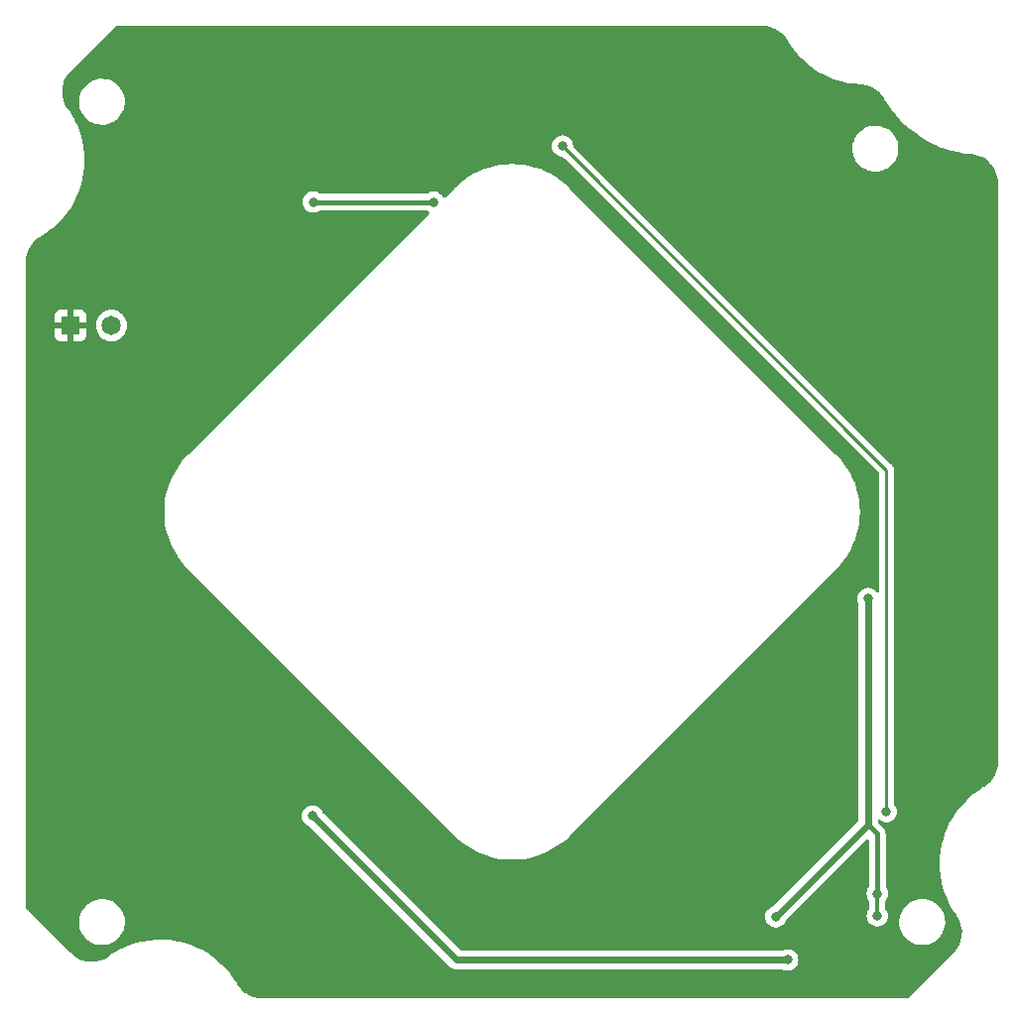
<source format=gbr>
%TF.GenerationSoftware,KiCad,Pcbnew,(6.0.1)*%
%TF.CreationDate,2024-01-13T19:57:02-05:00*%
%TF.ProjectId,PCB POWER,50434220-504f-4574-9552-2e6b69636164,rev?*%
%TF.SameCoordinates,Original*%
%TF.FileFunction,Copper,L2,Bot*%
%TF.FilePolarity,Positive*%
%FSLAX46Y46*%
G04 Gerber Fmt 4.6, Leading zero omitted, Abs format (unit mm)*
G04 Created by KiCad (PCBNEW (6.0.1)) date 2024-01-13 19:57:02*
%MOMM*%
%LPD*%
G01*
G04 APERTURE LIST*
%TA.AperFunction,ComponentPad*%
%ADD10R,1.650000X1.650000*%
%TD*%
%TA.AperFunction,ComponentPad*%
%ADD11C,1.650000*%
%TD*%
%TA.AperFunction,ViaPad*%
%ADD12C,0.800000*%
%TD*%
%TA.AperFunction,Conductor*%
%ADD13C,0.600000*%
%TD*%
%TA.AperFunction,Conductor*%
%ADD14C,0.400000*%
%TD*%
%TA.AperFunction,Conductor*%
%ADD15C,0.300000*%
%TD*%
%TA.AperFunction,Conductor*%
%ADD16C,0.250000*%
%TD*%
G04 APERTURE END LIST*
D10*
%TO.P,J1,1,1*%
%TO.N,GND*%
X62305000Y-84095000D03*
D11*
%TO.P,J1,2,2*%
%TO.N,Net-(C2-Pad2)*%
X65805000Y-84095000D03*
%TD*%
D12*
%TO.N,Net-(D1-Pad1)*%
X82950000Y-125940000D03*
X123500000Y-138230000D03*
%TO.N,GND*%
X122060000Y-69460000D03*
X66120000Y-70450000D03*
X117660000Y-60300000D03*
X79250000Y-131920000D03*
X139580000Y-109850000D03*
X115370000Y-60310000D03*
X126640000Y-133550000D03*
X66090000Y-79080000D03*
X115370000Y-73700000D03*
X131420000Y-78260000D03*
X120840000Y-123810000D03*
X108850000Y-64880000D03*
X108720000Y-68320000D03*
X124090000Y-114110000D03*
X128910000Y-139920000D03*
X108720000Y-70600000D03*
X103300000Y-62270000D03*
X121460000Y-114070000D03*
X117660000Y-73690000D03*
%TO.N,Net-(C7-Pad1)*%
X93290000Y-73570000D03*
X83010000Y-73570000D03*
%TO.N,Net-(C1-Pad2)*%
X131150000Y-134470000D03*
X130370000Y-107390000D03*
X131150000Y-132570000D03*
X122500000Y-134540000D03*
%TO.N,THERM*%
X131940000Y-125580000D03*
X104290000Y-68780000D03*
%TD*%
D13*
%TO.N,Net-(D1-Pad1)*%
X95240000Y-138230000D02*
X123500000Y-138230000D01*
X95240000Y-138230000D02*
X82950000Y-125940000D01*
D14*
%TO.N,Net-(C7-Pad1)*%
X93290000Y-73570000D02*
X83010000Y-73570000D01*
D13*
%TO.N,Net-(C1-Pad2)*%
X130325000Y-126725000D02*
X124480000Y-132570000D01*
D15*
X131150000Y-132570000D02*
X131150000Y-134470000D01*
D14*
X131150000Y-127460000D02*
X130370000Y-126680000D01*
D13*
X122500000Y-134540000D02*
X124470000Y-132570000D01*
X130370000Y-107390000D02*
X130370000Y-126680000D01*
D14*
X131150000Y-132570000D02*
X131150000Y-127460000D01*
D16*
X124470000Y-132570000D02*
X124480000Y-132570000D01*
%TO.N,THERM*%
X131940000Y-96430000D02*
X104290000Y-68780000D01*
X131940000Y-125580000D02*
X131940000Y-96430000D01*
%TD*%
%TA.AperFunction,Conductor*%
%TO.N,GND*%
G36*
X121299803Y-58509500D02*
G01*
X121314604Y-58511805D01*
X121314607Y-58511805D01*
X121323476Y-58513186D01*
X121341058Y-58510887D01*
X121364713Y-58510036D01*
X121611726Y-58524423D01*
X121626273Y-58526124D01*
X121707230Y-58540399D01*
X121897214Y-58573898D01*
X121911471Y-58577277D01*
X122065853Y-58623496D01*
X122175037Y-58656183D01*
X122188799Y-58661193D01*
X122441414Y-58770161D01*
X122454508Y-58776737D01*
X122692762Y-58914293D01*
X122705004Y-58922344D01*
X122925699Y-59086645D01*
X122936899Y-59096043D01*
X123137029Y-59284856D01*
X123147076Y-59295505D01*
X123323923Y-59506264D01*
X123332672Y-59518017D01*
X123462612Y-59715580D01*
X123473351Y-59736754D01*
X123473472Y-59736698D01*
X123475069Y-59740142D01*
X123475400Y-59740794D01*
X123477220Y-59745676D01*
X123480157Y-59750910D01*
X123480255Y-59751163D01*
X123480420Y-59751379D01*
X123483357Y-59756612D01*
X123486365Y-59760441D01*
X123489068Y-59764490D01*
X123489059Y-59764496D01*
X123492843Y-59769892D01*
X123751013Y-60184270D01*
X124045914Y-60593573D01*
X124367621Y-60982161D01*
X124714682Y-61348280D01*
X124716224Y-61349702D01*
X124716229Y-61349707D01*
X125084001Y-61688868D01*
X125084013Y-61688878D01*
X125085534Y-61690281D01*
X125478504Y-62006620D01*
X125480228Y-62007827D01*
X125480234Y-62007831D01*
X125760242Y-62203789D01*
X125891819Y-62295871D01*
X126323615Y-62556729D01*
X126325485Y-62557694D01*
X126325498Y-62557701D01*
X126412674Y-62602674D01*
X126771946Y-62788019D01*
X127234789Y-62988697D01*
X127710058Y-63157859D01*
X127712083Y-63158430D01*
X127712096Y-63158434D01*
X128193557Y-63294162D01*
X128193562Y-63294163D01*
X128195608Y-63294740D01*
X128689250Y-63398725D01*
X128691347Y-63399021D01*
X128691350Y-63399022D01*
X128777901Y-63411258D01*
X129188758Y-63469343D01*
X129661377Y-63504037D01*
X129669697Y-63505209D01*
X129669720Y-63505030D01*
X129674555Y-63505658D01*
X129679316Y-63506655D01*
X129685308Y-63506966D01*
X129685575Y-63507019D01*
X129685846Y-63506994D01*
X129691839Y-63507306D01*
X129696687Y-63506807D01*
X129696688Y-63506807D01*
X129705716Y-63505878D01*
X129730656Y-63505793D01*
X129962763Y-63528076D01*
X129976709Y-63530208D01*
X130153363Y-63567443D01*
X130235918Y-63584844D01*
X130249531Y-63588520D01*
X130373586Y-63629598D01*
X130501013Y-63671794D01*
X130514136Y-63676972D01*
X130518266Y-63678875D01*
X130754718Y-63787830D01*
X130767177Y-63794441D01*
X130993870Y-63931510D01*
X131005515Y-63939474D01*
X131215448Y-64101014D01*
X131226130Y-64110230D01*
X131358267Y-64237817D01*
X131416696Y-64294234D01*
X131426281Y-64304587D01*
X131595077Y-64508738D01*
X131603444Y-64520096D01*
X131726983Y-64709127D01*
X131737762Y-64730480D01*
X131737834Y-64730447D01*
X131738804Y-64732543D01*
X131739601Y-64734122D01*
X131741575Y-64739427D01*
X131744508Y-64744663D01*
X131744606Y-64744916D01*
X131744771Y-64745132D01*
X131747704Y-64750367D01*
X131750708Y-64754197D01*
X131753407Y-64758247D01*
X131753304Y-64758316D01*
X131756286Y-64762591D01*
X131994785Y-65149002D01*
X132049605Y-65237820D01*
X132050703Y-65239380D01*
X132314114Y-65613654D01*
X132379588Y-65706685D01*
X132418302Y-65755196D01*
X132736027Y-66153325D01*
X132736036Y-66153335D01*
X132737219Y-66154818D01*
X133121199Y-66580592D01*
X133122531Y-66581901D01*
X133122532Y-66581902D01*
X133508117Y-66960823D01*
X133530132Y-66982458D01*
X133531535Y-66983680D01*
X133531543Y-66983687D01*
X133805484Y-67222212D01*
X133962534Y-67358958D01*
X134416832Y-67708724D01*
X134418389Y-67709779D01*
X134418388Y-67709779D01*
X134852419Y-68004068D01*
X134891378Y-68030484D01*
X135384447Y-68323070D01*
X135894247Y-68585419D01*
X135896003Y-68586192D01*
X135896010Y-68586196D01*
X136335903Y-68780000D01*
X136418927Y-68816578D01*
X136652466Y-68903073D01*
X136954778Y-69015040D01*
X136954790Y-69015044D01*
X136956580Y-69015707D01*
X137505253Y-69182083D01*
X137507102Y-69182524D01*
X137507113Y-69182527D01*
X138061100Y-69314659D01*
X138061106Y-69314660D01*
X138062954Y-69315101D01*
X138627655Y-69414278D01*
X138916645Y-69447241D01*
X139168908Y-69476015D01*
X139176307Y-69477082D01*
X139180039Y-69477734D01*
X139184749Y-69478937D01*
X139190719Y-69479510D01*
X139190987Y-69479575D01*
X139191263Y-69479562D01*
X139197231Y-69480135D01*
X139210918Y-69479329D01*
X139235985Y-69480355D01*
X139472675Y-69513862D01*
X139486790Y-69516692D01*
X139748580Y-69584948D01*
X139762280Y-69589370D01*
X140014565Y-69687066D01*
X140027675Y-69693026D01*
X140089286Y-69725405D01*
X140267150Y-69818881D01*
X140279500Y-69826302D01*
X140503042Y-69978674D01*
X140514463Y-69987456D01*
X140543329Y-70012403D01*
X140719154Y-70164357D01*
X140729476Y-70174363D01*
X140912648Y-70373492D01*
X140921765Y-70384620D01*
X141080991Y-70603336D01*
X141088788Y-70615445D01*
X141222004Y-70850913D01*
X141228370Y-70863838D01*
X141333827Y-71112960D01*
X141338676Y-71126527D01*
X141415008Y-71386071D01*
X141418276Y-71400104D01*
X141464475Y-71666655D01*
X141466119Y-71680961D01*
X141472230Y-71787664D01*
X141479578Y-71915963D01*
X141478283Y-71942556D01*
X141478195Y-71943118D01*
X141478195Y-71943122D01*
X141476814Y-71951991D01*
X141477978Y-71960893D01*
X141477978Y-71960896D01*
X141480936Y-71983512D01*
X141482000Y-71999850D01*
X141482000Y-121290418D01*
X141480500Y-121309802D01*
X141476814Y-121333476D01*
X141479113Y-121351058D01*
X141479964Y-121374718D01*
X141465577Y-121621722D01*
X141463876Y-121636275D01*
X141416102Y-121907214D01*
X141412723Y-121921471D01*
X141333818Y-122185033D01*
X141328806Y-122198802D01*
X141219839Y-122451414D01*
X141213263Y-122464508D01*
X141075707Y-122702762D01*
X141067656Y-122715004D01*
X140903355Y-122935699D01*
X140893957Y-122946899D01*
X140705144Y-123147029D01*
X140694495Y-123157076D01*
X140483736Y-123333923D01*
X140471983Y-123342672D01*
X140274420Y-123472612D01*
X140253246Y-123483351D01*
X140253302Y-123483472D01*
X140249858Y-123485069D01*
X140249206Y-123485400D01*
X140244324Y-123487220D01*
X140239090Y-123490157D01*
X140238837Y-123490255D01*
X140238621Y-123490420D01*
X140233388Y-123493357D01*
X140229571Y-123496354D01*
X140227632Y-123497649D01*
X140224448Y-123499706D01*
X139791457Y-123770243D01*
X139791450Y-123770248D01*
X139789585Y-123771413D01*
X139365868Y-124079173D01*
X138964621Y-124415704D01*
X138963028Y-124417242D01*
X138963024Y-124417245D01*
X138731510Y-124640675D01*
X138587795Y-124779371D01*
X138237218Y-125168407D01*
X138235879Y-125170119D01*
X138235869Y-125170131D01*
X137915949Y-125579192D01*
X137914597Y-125580921D01*
X137621497Y-126014908D01*
X137620399Y-126016807D01*
X137620392Y-126016818D01*
X137360450Y-126466347D01*
X137359344Y-126468260D01*
X137129411Y-126938773D01*
X136932816Y-127424162D01*
X136770514Y-127922068D01*
X136769983Y-127924187D01*
X136769979Y-127924202D01*
X136675240Y-128302503D01*
X136643293Y-128430071D01*
X136642911Y-128432224D01*
X136642910Y-128432228D01*
X136571116Y-128836720D01*
X136551772Y-128945703D01*
X136496395Y-129466458D01*
X136477432Y-129989805D01*
X136494975Y-130513202D01*
X136495202Y-130515397D01*
X136495203Y-130515406D01*
X136534554Y-130895254D01*
X136548938Y-131034105D01*
X136639059Y-131549984D01*
X136764901Y-132058330D01*
X136765570Y-132060401D01*
X136765571Y-132060405D01*
X136925179Y-132554596D01*
X136925184Y-132554610D01*
X136925851Y-132556675D01*
X137121128Y-133042595D01*
X137349783Y-133513731D01*
X137350865Y-133515614D01*
X137350873Y-133515629D01*
X137605560Y-133958840D01*
X137610705Y-133967793D01*
X137611922Y-133969606D01*
X137611931Y-133969620D01*
X137723910Y-134136399D01*
X137888067Y-134380891D01*
X137891733Y-134386686D01*
X137892715Y-134388336D01*
X137894876Y-134392704D01*
X137898332Y-134397607D01*
X137898456Y-134397851D01*
X137898644Y-134398050D01*
X137902100Y-134402954D01*
X137905482Y-134406453D01*
X137911413Y-134412589D01*
X137927074Y-134432443D01*
X138052271Y-134628919D01*
X138059777Y-134640698D01*
X138066989Y-134653636D01*
X138187893Y-134904116D01*
X138193536Y-134917811D01*
X138284203Y-135180732D01*
X138288201Y-135194996D01*
X138347388Y-135466753D01*
X138349684Y-135481386D01*
X138350344Y-135488179D01*
X138376278Y-135755196D01*
X138376570Y-135758205D01*
X138377133Y-135773008D01*
X138371344Y-136051071D01*
X138370166Y-136065835D01*
X138331786Y-136341301D01*
X138328884Y-136355822D01*
X138258440Y-136624882D01*
X138253853Y-136638964D01*
X138167843Y-136858308D01*
X138152319Y-136897898D01*
X138146111Y-136911344D01*
X138024512Y-137138594D01*
X138014895Y-137156566D01*
X138007160Y-137169180D01*
X137848054Y-137397333D01*
X137838886Y-137408956D01*
X137698773Y-137566602D01*
X137677265Y-137590801D01*
X137657417Y-137608837D01*
X137649963Y-137614282D01*
X137644492Y-137621399D01*
X137644491Y-137621400D01*
X137630583Y-137639493D01*
X137619782Y-137651797D01*
X135705237Y-139566343D01*
X133816485Y-141455095D01*
X133754173Y-141489121D01*
X133727390Y-141492000D01*
X78699582Y-141492000D01*
X78680197Y-141490500D01*
X78665396Y-141488195D01*
X78665393Y-141488195D01*
X78656524Y-141486814D01*
X78638942Y-141489113D01*
X78615287Y-141489964D01*
X78368274Y-141475577D01*
X78353727Y-141473876D01*
X78247213Y-141455095D01*
X78082786Y-141426102D01*
X78068529Y-141422723D01*
X77914147Y-141376504D01*
X77804963Y-141343817D01*
X77791201Y-141338807D01*
X77538585Y-141229839D01*
X77525492Y-141223263D01*
X77287238Y-141085707D01*
X77274996Y-141077656D01*
X77220583Y-141037147D01*
X77054301Y-140913355D01*
X77043101Y-140903957D01*
X76842971Y-140715144D01*
X76832924Y-140704495D01*
X76656077Y-140493736D01*
X76647328Y-140481983D01*
X76517388Y-140284420D01*
X76506649Y-140263246D01*
X76506528Y-140263302D01*
X76504931Y-140259858D01*
X76504599Y-140259203D01*
X76504482Y-140258889D01*
X76502780Y-140254324D01*
X76499843Y-140249090D01*
X76499745Y-140248837D01*
X76499580Y-140248621D01*
X76496643Y-140243388D01*
X76493646Y-140239571D01*
X76492351Y-140237632D01*
X76490294Y-140234448D01*
X76219757Y-139801457D01*
X76219752Y-139801450D01*
X76218587Y-139799585D01*
X75910827Y-139375868D01*
X75574296Y-138974621D01*
X75506098Y-138903955D01*
X75212158Y-138599379D01*
X75212153Y-138599374D01*
X75210629Y-138597795D01*
X74943850Y-138357389D01*
X74823220Y-138248684D01*
X74823217Y-138248682D01*
X74821593Y-138247218D01*
X74819881Y-138245879D01*
X74819869Y-138245869D01*
X74410808Y-137925949D01*
X74410804Y-137925946D01*
X74409079Y-137924597D01*
X74386828Y-137909569D01*
X74285983Y-137841462D01*
X73975092Y-137631497D01*
X73973193Y-137630399D01*
X73973182Y-137630392D01*
X73523653Y-137370450D01*
X73523649Y-137370448D01*
X73521740Y-137369344D01*
X73051227Y-137139411D01*
X72565838Y-136942816D01*
X72546984Y-136936670D01*
X72457257Y-136907422D01*
X72067932Y-136780514D01*
X72065813Y-136779983D01*
X72065798Y-136779979D01*
X71562062Y-136653827D01*
X71562057Y-136653826D01*
X71559929Y-136653293D01*
X71557776Y-136652911D01*
X71557772Y-136652910D01*
X71046451Y-136562154D01*
X71046442Y-136562153D01*
X71044297Y-136561772D01*
X71042134Y-136561542D01*
X71042127Y-136561541D01*
X70857202Y-136541876D01*
X70523542Y-136506395D01*
X70000195Y-136487432D01*
X69476798Y-136504975D01*
X69474603Y-136505202D01*
X69474594Y-136505203D01*
X69094746Y-136544554D01*
X68955895Y-136558938D01*
X68440016Y-136649059D01*
X67931670Y-136774901D01*
X67929599Y-136775570D01*
X67929595Y-136775571D01*
X67435404Y-136935179D01*
X67435390Y-136935184D01*
X67433325Y-136935851D01*
X66947405Y-137131128D01*
X66867354Y-137169979D01*
X66478242Y-137358825D01*
X66478232Y-137358830D01*
X66476269Y-137359783D01*
X66474386Y-137360865D01*
X66474371Y-137360873D01*
X66024112Y-137619610D01*
X66024105Y-137619614D01*
X66022207Y-137620705D01*
X66020394Y-137621922D01*
X66020380Y-137621931D01*
X65899345Y-137703197D01*
X65609112Y-137898065D01*
X65603310Y-137901735D01*
X65601658Y-137902717D01*
X65597296Y-137904876D01*
X65592390Y-137908333D01*
X65592148Y-137908457D01*
X65591950Y-137908644D01*
X65587046Y-137912100D01*
X65583545Y-137915483D01*
X65583546Y-137915483D01*
X65577405Y-137921418D01*
X65557553Y-137937077D01*
X65405771Y-138033794D01*
X65349306Y-138069774D01*
X65336367Y-138076986D01*
X65085884Y-138197892D01*
X65072189Y-138203536D01*
X64809267Y-138294204D01*
X64795004Y-138298202D01*
X64523248Y-138357389D01*
X64508614Y-138359685D01*
X64392647Y-138370948D01*
X64231789Y-138386571D01*
X64216999Y-138387134D01*
X64084960Y-138384385D01*
X63938929Y-138381345D01*
X63924165Y-138380167D01*
X63702795Y-138349324D01*
X63648696Y-138341786D01*
X63634178Y-138338885D01*
X63365115Y-138268440D01*
X63351033Y-138263853D01*
X63308611Y-138247218D01*
X63092100Y-138162319D01*
X63078654Y-138156111D01*
X62833439Y-138024898D01*
X62820812Y-138017154D01*
X62592676Y-137858060D01*
X62581045Y-137848888D01*
X62521777Y-137796211D01*
X62399201Y-137687268D01*
X62381164Y-137667418D01*
X62381012Y-137667210D01*
X62375718Y-137659963D01*
X62350507Y-137640583D01*
X62338203Y-137629782D01*
X59646761Y-134938341D01*
X63027967Y-134938341D01*
X63030264Y-134996779D01*
X63030390Y-134999998D01*
X63030390Y-135000000D01*
X63037491Y-135180732D01*
X63038853Y-135215409D01*
X63088669Y-135488179D01*
X63176423Y-135751208D01*
X63183610Y-135765591D01*
X63260038Y-135918547D01*
X63300362Y-135999249D01*
X63458014Y-136227353D01*
X63461036Y-136230622D01*
X63643217Y-136427705D01*
X63643222Y-136427710D01*
X63646233Y-136430967D01*
X63861264Y-136606030D01*
X63865082Y-136608329D01*
X63865084Y-136608330D01*
X64025860Y-136705125D01*
X64098816Y-136749048D01*
X64102911Y-136750782D01*
X64102913Y-136750783D01*
X64350048Y-136855431D01*
X64350055Y-136855433D01*
X64354149Y-136857167D01*
X64452962Y-136883367D01*
X64617873Y-136927093D01*
X64617878Y-136927094D01*
X64622170Y-136928232D01*
X64626579Y-136928754D01*
X64626585Y-136928755D01*
X64752326Y-136943637D01*
X64897530Y-136960823D01*
X65174735Y-136954290D01*
X65238738Y-136943637D01*
X65443864Y-136909495D01*
X65443868Y-136909494D01*
X65448254Y-136908764D01*
X65452495Y-136907423D01*
X65452498Y-136907422D01*
X65708383Y-136826496D01*
X65708385Y-136826495D01*
X65712629Y-136825153D01*
X65871117Y-136749048D01*
X65958567Y-136707055D01*
X65958568Y-136707054D01*
X65962586Y-136705125D01*
X65966292Y-136702649D01*
X66189436Y-136553550D01*
X66189440Y-136553547D01*
X66193138Y-136551076D01*
X66399683Y-136366078D01*
X66516294Y-136227353D01*
X66575235Y-136157235D01*
X66575237Y-136157233D01*
X66578102Y-136153824D01*
X66724834Y-135918547D01*
X66836951Y-135664943D01*
X66912216Y-135398072D01*
X66930611Y-135261118D01*
X66948701Y-135126440D01*
X66948702Y-135126432D01*
X66949128Y-135123258D01*
X66950363Y-135083978D01*
X66952901Y-135003222D01*
X66952901Y-135003217D01*
X66953002Y-135000000D01*
X66933418Y-134723411D01*
X66919751Y-134659928D01*
X66875994Y-134456687D01*
X66875994Y-134456685D01*
X66875058Y-134452340D01*
X66779086Y-134192196D01*
X66658005Y-133967793D01*
X66649530Y-133952087D01*
X66647417Y-133948171D01*
X66557538Y-133826485D01*
X66485327Y-133728718D01*
X66485324Y-133728715D01*
X66482678Y-133725132D01*
X66288157Y-133527530D01*
X66267491Y-133511758D01*
X66071274Y-133362010D01*
X66071270Y-133362008D01*
X66067733Y-133359308D01*
X66005068Y-133324214D01*
X65829696Y-133226001D01*
X65829690Y-133225998D01*
X65825806Y-133223823D01*
X65821648Y-133222215D01*
X65821643Y-133222212D01*
X65571357Y-133125383D01*
X65571351Y-133125381D01*
X65567202Y-133123776D01*
X65562870Y-133122772D01*
X65562867Y-133122771D01*
X65451316Y-133096915D01*
X65297081Y-133061166D01*
X65020833Y-133037240D01*
X65016398Y-133037484D01*
X65016394Y-133037484D01*
X64748414Y-133052232D01*
X64748407Y-133052233D01*
X64743971Y-133052477D01*
X64472017Y-133106572D01*
X64210398Y-133198446D01*
X63964334Y-133326266D01*
X63960719Y-133328849D01*
X63960713Y-133328853D01*
X63742356Y-133484893D01*
X63742352Y-133484896D01*
X63738735Y-133487481D01*
X63538103Y-133678875D01*
X63366439Y-133896629D01*
X63338582Y-133944589D01*
X63229404Y-134132552D01*
X63229401Y-134132558D01*
X63227170Y-134136399D01*
X63225500Y-134140522D01*
X63128148Y-134380873D01*
X63123074Y-134393399D01*
X63122003Y-134397712D01*
X63122001Y-134397717D01*
X63057301Y-134658182D01*
X63056228Y-134662503D01*
X63055774Y-134666931D01*
X63055774Y-134666933D01*
X63031355Y-134905271D01*
X63027967Y-134938341D01*
X59646761Y-134938341D01*
X58534905Y-133826485D01*
X58500879Y-133764173D01*
X58498000Y-133737390D01*
X58498000Y-125940000D01*
X82036496Y-125940000D01*
X82037186Y-125946565D01*
X82051005Y-126078042D01*
X82056458Y-126129928D01*
X82115473Y-126311556D01*
X82118776Y-126317278D01*
X82118777Y-126317279D01*
X82149861Y-126371118D01*
X82210960Y-126476944D01*
X82215378Y-126481851D01*
X82215379Y-126481852D01*
X82334325Y-126613955D01*
X82338747Y-126618866D01*
X82493248Y-126731118D01*
X82499276Y-126733802D01*
X82499278Y-126733803D01*
X82660242Y-126805468D01*
X82698088Y-126831480D01*
X94661719Y-138795110D01*
X94662647Y-138796047D01*
X94725771Y-138860507D01*
X94731691Y-138864322D01*
X94731697Y-138864327D01*
X94762214Y-138883994D01*
X94772559Y-138891427D01*
X94806443Y-138918476D01*
X94812782Y-138921540D01*
X94812783Y-138921541D01*
X94836637Y-138933072D01*
X94850054Y-138940601D01*
X94878238Y-138958765D01*
X94884855Y-138961173D01*
X94884860Y-138961176D01*
X94918973Y-138973592D01*
X94930716Y-138978553D01*
X94963400Y-138994353D01*
X94963409Y-138994356D01*
X94969749Y-138997421D01*
X94976614Y-138999006D01*
X95002428Y-139004966D01*
X95017168Y-139009332D01*
X95048685Y-139020803D01*
X95055670Y-139021685D01*
X95055677Y-139021687D01*
X95091692Y-139026237D01*
X95104243Y-139028472D01*
X95146485Y-139038225D01*
X95153529Y-139038250D01*
X95153533Y-139038250D01*
X95187074Y-139038367D01*
X95187943Y-139038396D01*
X95188769Y-139038500D01*
X95225133Y-139038500D01*
X95225573Y-139038501D01*
X95324336Y-139038846D01*
X95324342Y-139038846D01*
X95327870Y-139038858D01*
X95329073Y-139038589D01*
X95330717Y-139038500D01*
X123055506Y-139038500D01*
X123106755Y-139049393D01*
X123217712Y-139098794D01*
X123311112Y-139118647D01*
X123398056Y-139137128D01*
X123398061Y-139137128D01*
X123404513Y-139138500D01*
X123595487Y-139138500D01*
X123601939Y-139137128D01*
X123601944Y-139137128D01*
X123688888Y-139118647D01*
X123782288Y-139098794D01*
X123788319Y-139096109D01*
X123950722Y-139023803D01*
X123950724Y-139023802D01*
X123956752Y-139021118D01*
X123974936Y-139007907D01*
X124098026Y-138918476D01*
X124111253Y-138908866D01*
X124212836Y-138796047D01*
X124234621Y-138771852D01*
X124234622Y-138771851D01*
X124239040Y-138766944D01*
X124334527Y-138601556D01*
X124393542Y-138419928D01*
X124397614Y-138381191D01*
X124412814Y-138236565D01*
X124413504Y-138230000D01*
X124397422Y-138076986D01*
X124394232Y-138046635D01*
X124394232Y-138046633D01*
X124393542Y-138040072D01*
X124334527Y-137858444D01*
X124324723Y-137841462D01*
X124242341Y-137698774D01*
X124239040Y-137693056D01*
X124233830Y-137687269D01*
X124115675Y-137556045D01*
X124115674Y-137556044D01*
X124111253Y-137551134D01*
X123956752Y-137438882D01*
X123950724Y-137436198D01*
X123950722Y-137436197D01*
X123788319Y-137363891D01*
X123788318Y-137363891D01*
X123782288Y-137361206D01*
X123688888Y-137341353D01*
X123601944Y-137322872D01*
X123601939Y-137322872D01*
X123595487Y-137321500D01*
X123404513Y-137321500D01*
X123398061Y-137322872D01*
X123398056Y-137322872D01*
X123311112Y-137341353D01*
X123217712Y-137361206D01*
X123211682Y-137363891D01*
X123211681Y-137363891D01*
X123106755Y-137410607D01*
X123055506Y-137421500D01*
X95627082Y-137421500D01*
X95558961Y-137401498D01*
X95537987Y-137384595D01*
X83836092Y-125682700D01*
X83805354Y-125632542D01*
X83786568Y-125574725D01*
X83786567Y-125574724D01*
X83784527Y-125568444D01*
X83689040Y-125403056D01*
X83671697Y-125383794D01*
X83565675Y-125266045D01*
X83565674Y-125266044D01*
X83561253Y-125261134D01*
X83433626Y-125168407D01*
X83412094Y-125152763D01*
X83412093Y-125152762D01*
X83406752Y-125148882D01*
X83400724Y-125146198D01*
X83400722Y-125146197D01*
X83238319Y-125073891D01*
X83238318Y-125073891D01*
X83232288Y-125071206D01*
X83138888Y-125051353D01*
X83051944Y-125032872D01*
X83051939Y-125032872D01*
X83045487Y-125031500D01*
X82854513Y-125031500D01*
X82848061Y-125032872D01*
X82848056Y-125032872D01*
X82761112Y-125051353D01*
X82667712Y-125071206D01*
X82661682Y-125073891D01*
X82661681Y-125073891D01*
X82499278Y-125146197D01*
X82499276Y-125146198D01*
X82493248Y-125148882D01*
X82487907Y-125152762D01*
X82487906Y-125152763D01*
X82466374Y-125168407D01*
X82338747Y-125261134D01*
X82334326Y-125266044D01*
X82334325Y-125266045D01*
X82228304Y-125383794D01*
X82210960Y-125403056D01*
X82115473Y-125568444D01*
X82056458Y-125750072D01*
X82036496Y-125940000D01*
X58498000Y-125940000D01*
X58498000Y-100000001D01*
X70308759Y-100000001D01*
X70326371Y-100493126D01*
X70326611Y-100495361D01*
X70326612Y-100495371D01*
X70378875Y-100981490D01*
X70379117Y-100983738D01*
X70379517Y-100985955D01*
X70379518Y-100985962D01*
X70466331Y-101467133D01*
X70466333Y-101467143D01*
X70466729Y-101469337D01*
X70588760Y-101947450D01*
X70744588Y-102415638D01*
X70745441Y-102417698D01*
X70745445Y-102417708D01*
X70851983Y-102674913D01*
X70933419Y-102871517D01*
X71154291Y-103312763D01*
X71406078Y-103737128D01*
X71407360Y-103738974D01*
X71407361Y-103738976D01*
X71468164Y-103826548D01*
X71687498Y-104142449D01*
X71688891Y-104144177D01*
X71688901Y-104144191D01*
X71729251Y-104194262D01*
X71997115Y-104526662D01*
X72313439Y-104866418D01*
X72317883Y-104871871D01*
X72318072Y-104871713D01*
X72321189Y-104875445D01*
X72324015Y-104879413D01*
X72332774Y-104888388D01*
X72336669Y-104891307D01*
X72336670Y-104891308D01*
X72355082Y-104905107D01*
X72368612Y-104916838D01*
X95067682Y-127615907D01*
X95081229Y-127631922D01*
X95092855Y-127648251D01*
X95096251Y-127651731D01*
X95096255Y-127651736D01*
X95097814Y-127653333D01*
X95101613Y-127657226D01*
X95105502Y-127660141D01*
X95109167Y-127663358D01*
X95109108Y-127663425D01*
X95112698Y-127666427D01*
X95123582Y-127676560D01*
X95463338Y-127992885D01*
X95465074Y-127994284D01*
X95465081Y-127994290D01*
X95845809Y-128301100D01*
X95845823Y-128301110D01*
X95847551Y-128302503D01*
X95849383Y-128303775D01*
X95849387Y-128303778D01*
X96251024Y-128582640D01*
X96252872Y-128583923D01*
X96254807Y-128585071D01*
X96675303Y-128834564D01*
X96675313Y-128834570D01*
X96677237Y-128835711D01*
X96679253Y-128836720D01*
X97116479Y-129055580D01*
X97116493Y-129055587D01*
X97118484Y-129056583D01*
X97120544Y-129057436D01*
X97120550Y-129057439D01*
X97572292Y-129244557D01*
X97572302Y-129244561D01*
X97574362Y-129245414D01*
X98042551Y-129401242D01*
X98520663Y-129523273D01*
X98522858Y-129523669D01*
X98522867Y-129523671D01*
X99004038Y-129610484D01*
X99004045Y-129610485D01*
X99006262Y-129610885D01*
X99008501Y-129611126D01*
X99008510Y-129611127D01*
X99494630Y-129663390D01*
X99494640Y-129663391D01*
X99496875Y-129663631D01*
X99990000Y-129681243D01*
X100483125Y-129663631D01*
X100485360Y-129663391D01*
X100485370Y-129663390D01*
X100971490Y-129611127D01*
X100971499Y-129611126D01*
X100973738Y-129610885D01*
X100975955Y-129610485D01*
X100975962Y-129610484D01*
X101457133Y-129523671D01*
X101457142Y-129523669D01*
X101459337Y-129523273D01*
X101937449Y-129401242D01*
X102405638Y-129245414D01*
X102407698Y-129244561D01*
X102407708Y-129244557D01*
X102859450Y-129057439D01*
X102859456Y-129057436D01*
X102861516Y-129056583D01*
X102863507Y-129055587D01*
X102863521Y-129055580D01*
X103300747Y-128836720D01*
X103302763Y-128835711D01*
X103304687Y-128834570D01*
X103304697Y-128834564D01*
X103725193Y-128585071D01*
X103727128Y-128583923D01*
X103728976Y-128582640D01*
X104130613Y-128303778D01*
X104130617Y-128303775D01*
X104132449Y-128302503D01*
X104134177Y-128301110D01*
X104134191Y-128301100D01*
X104514919Y-127994290D01*
X104514926Y-127994284D01*
X104516662Y-127992885D01*
X104856420Y-127676558D01*
X104861871Y-127672116D01*
X104861713Y-127671927D01*
X104865445Y-127668810D01*
X104869413Y-127665984D01*
X104878387Y-127657226D01*
X104881297Y-127653343D01*
X104881306Y-127653333D01*
X104895109Y-127634915D01*
X104906840Y-127621385D01*
X127605907Y-104922319D01*
X127621917Y-104908776D01*
X127638252Y-104897146D01*
X127647226Y-104888388D01*
X127650143Y-104884495D01*
X127653356Y-104880835D01*
X127653424Y-104880895D01*
X127656419Y-104877313D01*
X127981363Y-104528298D01*
X127981366Y-104528294D01*
X127982885Y-104526663D01*
X127984290Y-104524920D01*
X128291100Y-104144192D01*
X128291110Y-104144178D01*
X128292503Y-104142450D01*
X128293779Y-104140613D01*
X128572640Y-103738976D01*
X128572641Y-103738974D01*
X128573923Y-103737128D01*
X128825710Y-103312763D01*
X129046582Y-102871517D01*
X129128018Y-102674913D01*
X129234556Y-102417708D01*
X129234560Y-102417698D01*
X129235413Y-102415638D01*
X129391241Y-101947450D01*
X129513272Y-101469338D01*
X129530210Y-101375461D01*
X129600483Y-100985962D01*
X129600484Y-100985955D01*
X129600884Y-100983738D01*
X129601126Y-100981490D01*
X129653389Y-100495371D01*
X129653390Y-100495361D01*
X129653630Y-100493126D01*
X129671242Y-100000001D01*
X129653630Y-99506875D01*
X129607553Y-99078289D01*
X129601126Y-99018511D01*
X129601125Y-99018502D01*
X129600884Y-99016263D01*
X129600483Y-99014039D01*
X129513670Y-98532868D01*
X129513668Y-98532858D01*
X129513272Y-98530664D01*
X129391241Y-98052551D01*
X129235413Y-97584363D01*
X129128019Y-97325089D01*
X129047438Y-97130550D01*
X129047435Y-97130544D01*
X129046582Y-97128484D01*
X128825710Y-96687238D01*
X128573923Y-96262873D01*
X128451544Y-96086613D01*
X128293778Y-95859387D01*
X128293775Y-95859383D01*
X128292503Y-95857551D01*
X127982885Y-95473339D01*
X127666558Y-95133580D01*
X127662114Y-95128129D01*
X127661926Y-95128286D01*
X127658805Y-95124549D01*
X127655984Y-95120588D01*
X127647226Y-95111613D01*
X127624918Y-95094894D01*
X127611388Y-95083163D01*
X104912318Y-72384093D01*
X104898775Y-72368083D01*
X104887145Y-72351748D01*
X104878387Y-72342774D01*
X104874496Y-72339858D01*
X104870835Y-72336644D01*
X104870894Y-72336577D01*
X104867302Y-72333573D01*
X104594963Y-72080017D01*
X104516661Y-72007115D01*
X104448257Y-71951991D01*
X104134190Y-71698900D01*
X104132449Y-71697497D01*
X104031688Y-71627537D01*
X103728975Y-71417360D01*
X103728973Y-71417359D01*
X103727127Y-71416077D01*
X103302762Y-71164290D01*
X102883445Y-70954395D01*
X102863520Y-70944421D01*
X102863517Y-70944420D01*
X102861516Y-70943418D01*
X102859456Y-70942565D01*
X102859450Y-70942562D01*
X102407707Y-70755444D01*
X102407697Y-70755440D01*
X102405637Y-70754587D01*
X101937449Y-70598759D01*
X101459337Y-70476728D01*
X101457142Y-70476332D01*
X101457133Y-70476330D01*
X100975962Y-70389517D01*
X100975955Y-70389516D01*
X100973738Y-70389116D01*
X100971499Y-70388875D01*
X100971490Y-70388874D01*
X100485370Y-70336611D01*
X100485360Y-70336610D01*
X100483125Y-70336370D01*
X99990000Y-70318758D01*
X99496875Y-70336370D01*
X99494640Y-70336610D01*
X99494630Y-70336611D01*
X99008510Y-70388874D01*
X99008501Y-70388875D01*
X99006262Y-70389116D01*
X99004045Y-70389516D01*
X99004038Y-70389517D01*
X98522867Y-70476330D01*
X98522858Y-70476332D01*
X98520663Y-70476728D01*
X98042551Y-70598759D01*
X97574363Y-70754587D01*
X97572303Y-70755440D01*
X97572293Y-70755444D01*
X97120550Y-70942562D01*
X97120544Y-70942565D01*
X97118484Y-70943418D01*
X97116483Y-70944420D01*
X97116480Y-70944421D01*
X97096555Y-70954395D01*
X96677238Y-71164290D01*
X96252873Y-71416077D01*
X96251027Y-71417359D01*
X96251025Y-71417360D01*
X95948313Y-71627537D01*
X95847551Y-71697497D01*
X95845810Y-71698900D01*
X95531744Y-71951991D01*
X95463339Y-72007115D01*
X95145492Y-72303041D01*
X95123582Y-72323440D01*
X95118129Y-72327884D01*
X95118287Y-72328073D01*
X95114555Y-72331190D01*
X95110587Y-72334016D01*
X95101613Y-72342774D01*
X95098694Y-72346669D01*
X95098693Y-72346670D01*
X95084894Y-72365082D01*
X95073163Y-72378612D01*
X94287784Y-73163991D01*
X94225472Y-73198017D01*
X94154657Y-73192952D01*
X94097821Y-73150405D01*
X94089570Y-73137896D01*
X94032342Y-73038774D01*
X94032339Y-73038769D01*
X94029040Y-73033056D01*
X93901253Y-72891134D01*
X93746752Y-72778882D01*
X93740724Y-72776198D01*
X93740722Y-72776197D01*
X93578319Y-72703891D01*
X93578318Y-72703891D01*
X93572288Y-72701206D01*
X93478888Y-72681353D01*
X93391944Y-72662872D01*
X93391939Y-72662872D01*
X93385487Y-72661500D01*
X93194513Y-72661500D01*
X93188061Y-72662872D01*
X93188056Y-72662872D01*
X93101112Y-72681353D01*
X93007712Y-72701206D01*
X93001682Y-72703891D01*
X93001681Y-72703891D01*
X92839278Y-72776197D01*
X92839276Y-72776198D01*
X92833248Y-72778882D01*
X92827907Y-72782762D01*
X92827906Y-72782763D01*
X92752656Y-72837436D01*
X92685789Y-72861294D01*
X92678595Y-72861500D01*
X83621405Y-72861500D01*
X83553284Y-72841498D01*
X83547344Y-72837436D01*
X83472094Y-72782763D01*
X83472093Y-72782762D01*
X83466752Y-72778882D01*
X83460724Y-72776198D01*
X83460722Y-72776197D01*
X83298319Y-72703891D01*
X83298318Y-72703891D01*
X83292288Y-72701206D01*
X83198888Y-72681353D01*
X83111944Y-72662872D01*
X83111939Y-72662872D01*
X83105487Y-72661500D01*
X82914513Y-72661500D01*
X82908061Y-72662872D01*
X82908056Y-72662872D01*
X82821112Y-72681353D01*
X82727712Y-72701206D01*
X82721682Y-72703891D01*
X82721681Y-72703891D01*
X82559278Y-72776197D01*
X82559276Y-72776198D01*
X82553248Y-72778882D01*
X82398747Y-72891134D01*
X82270960Y-73033056D01*
X82175473Y-73198444D01*
X82116458Y-73380072D01*
X82096496Y-73570000D01*
X82116458Y-73759928D01*
X82175473Y-73941556D01*
X82270960Y-74106944D01*
X82398747Y-74248866D01*
X82553248Y-74361118D01*
X82559276Y-74363802D01*
X82559278Y-74363803D01*
X82721681Y-74436109D01*
X82727712Y-74438794D01*
X82821112Y-74458647D01*
X82908056Y-74477128D01*
X82908061Y-74477128D01*
X82914513Y-74478500D01*
X83105487Y-74478500D01*
X83111939Y-74477128D01*
X83111944Y-74477128D01*
X83198888Y-74458647D01*
X83292288Y-74438794D01*
X83298319Y-74436109D01*
X83460722Y-74363803D01*
X83460724Y-74363802D01*
X83466752Y-74361118D01*
X83547344Y-74302564D01*
X83614211Y-74278706D01*
X83621405Y-74278500D01*
X92678595Y-74278500D01*
X92746716Y-74298502D01*
X92752656Y-74302564D01*
X92833248Y-74361118D01*
X92839279Y-74363803D01*
X92843874Y-74365849D01*
X92897971Y-74411827D01*
X92918622Y-74479754D01*
X92899271Y-74548063D01*
X92881723Y-74570052D01*
X72374093Y-95077682D01*
X72358083Y-95091225D01*
X72341748Y-95102855D01*
X72332774Y-95111613D01*
X72329855Y-95115508D01*
X72326648Y-95119162D01*
X72326580Y-95119103D01*
X72323578Y-95122695D01*
X71997116Y-95473339D01*
X71995717Y-95475075D01*
X71995711Y-95475082D01*
X71688901Y-95855810D01*
X71688891Y-95855824D01*
X71687498Y-95857552D01*
X71686226Y-95859384D01*
X71686223Y-95859388D01*
X71498505Y-96129754D01*
X71406078Y-96262874D01*
X71154291Y-96687239D01*
X70933419Y-97128485D01*
X70932566Y-97130545D01*
X70932563Y-97130551D01*
X70745446Y-97582293D01*
X70744588Y-97584364D01*
X70588760Y-98052552D01*
X70466729Y-98530664D01*
X70466333Y-98532859D01*
X70466331Y-98532868D01*
X70379518Y-99014039D01*
X70379117Y-99016263D01*
X70378876Y-99018502D01*
X70378875Y-99018511D01*
X70372449Y-99078289D01*
X70326371Y-99506875D01*
X70308759Y-100000001D01*
X58498000Y-100000001D01*
X58498000Y-84964669D01*
X60972001Y-84964669D01*
X60972371Y-84971490D01*
X60977895Y-85022352D01*
X60981521Y-85037604D01*
X61026676Y-85158054D01*
X61035214Y-85173649D01*
X61111715Y-85275724D01*
X61124276Y-85288285D01*
X61226351Y-85364786D01*
X61241946Y-85373324D01*
X61362394Y-85418478D01*
X61377649Y-85422105D01*
X61428514Y-85427631D01*
X61435328Y-85428000D01*
X62032885Y-85428000D01*
X62048124Y-85423525D01*
X62049329Y-85422135D01*
X62051000Y-85414452D01*
X62051000Y-85409884D01*
X62559000Y-85409884D01*
X62563475Y-85425123D01*
X62564865Y-85426328D01*
X62572548Y-85427999D01*
X63174669Y-85427999D01*
X63181490Y-85427629D01*
X63232352Y-85422105D01*
X63247604Y-85418479D01*
X63368054Y-85373324D01*
X63383649Y-85364786D01*
X63485724Y-85288285D01*
X63498285Y-85275724D01*
X63574786Y-85173649D01*
X63583324Y-85158054D01*
X63628478Y-85037606D01*
X63632105Y-85022351D01*
X63637631Y-84971486D01*
X63638000Y-84964672D01*
X63638000Y-84367115D01*
X63633525Y-84351876D01*
X63632135Y-84350671D01*
X63624452Y-84349000D01*
X62577115Y-84349000D01*
X62561876Y-84353475D01*
X62560671Y-84354865D01*
X62559000Y-84362548D01*
X62559000Y-85409884D01*
X62051000Y-85409884D01*
X62051000Y-84367115D01*
X62046525Y-84351876D01*
X62045135Y-84350671D01*
X62037452Y-84349000D01*
X60990116Y-84349000D01*
X60974877Y-84353475D01*
X60973672Y-84354865D01*
X60972001Y-84362548D01*
X60972001Y-84964669D01*
X58498000Y-84964669D01*
X58498000Y-84095000D01*
X64466406Y-84095000D01*
X64486742Y-84327444D01*
X64488166Y-84332757D01*
X64488166Y-84332759D01*
X64493289Y-84351876D01*
X64547133Y-84552826D01*
X64549455Y-84557806D01*
X64549456Y-84557808D01*
X64643418Y-84759310D01*
X64643421Y-84759315D01*
X64645744Y-84764297D01*
X64779578Y-84955432D01*
X64944568Y-85120422D01*
X64949076Y-85123579D01*
X64949079Y-85123581D01*
X64998312Y-85158054D01*
X65135703Y-85254256D01*
X65140685Y-85256579D01*
X65140690Y-85256582D01*
X65342192Y-85350544D01*
X65347174Y-85352867D01*
X65352482Y-85354289D01*
X65352484Y-85354290D01*
X65567241Y-85411834D01*
X65567243Y-85411834D01*
X65572556Y-85413258D01*
X65805000Y-85433594D01*
X66037444Y-85413258D01*
X66042757Y-85411834D01*
X66042759Y-85411834D01*
X66257516Y-85354290D01*
X66257518Y-85354289D01*
X66262826Y-85352867D01*
X66267808Y-85350544D01*
X66469310Y-85256582D01*
X66469315Y-85256579D01*
X66474297Y-85254256D01*
X66611688Y-85158054D01*
X66660921Y-85123581D01*
X66660924Y-85123579D01*
X66665432Y-85120422D01*
X66830422Y-84955432D01*
X66964256Y-84764297D01*
X66966579Y-84759315D01*
X66966582Y-84759310D01*
X67060544Y-84557808D01*
X67060545Y-84557806D01*
X67062867Y-84552826D01*
X67116712Y-84351876D01*
X67121834Y-84332759D01*
X67121834Y-84332757D01*
X67123258Y-84327444D01*
X67143594Y-84095000D01*
X67123258Y-83862556D01*
X67117034Y-83839329D01*
X67064290Y-83642484D01*
X67064289Y-83642482D01*
X67062867Y-83637174D01*
X67060544Y-83632192D01*
X66966582Y-83430690D01*
X66966579Y-83430685D01*
X66964256Y-83425703D01*
X66830422Y-83234568D01*
X66665432Y-83069578D01*
X66660924Y-83066421D01*
X66660921Y-83066419D01*
X66478806Y-82938901D01*
X66478804Y-82938900D01*
X66474297Y-82935744D01*
X66469315Y-82933421D01*
X66469310Y-82933418D01*
X66267808Y-82839456D01*
X66267806Y-82839455D01*
X66262826Y-82837133D01*
X66257518Y-82835711D01*
X66257516Y-82835710D01*
X66042759Y-82778166D01*
X66042757Y-82778166D01*
X66037444Y-82776742D01*
X65805000Y-82756406D01*
X65572556Y-82776742D01*
X65567243Y-82778166D01*
X65567241Y-82778166D01*
X65352484Y-82835710D01*
X65352482Y-82835711D01*
X65347174Y-82837133D01*
X65342194Y-82839455D01*
X65342192Y-82839456D01*
X65140690Y-82933418D01*
X65140685Y-82933421D01*
X65135703Y-82935744D01*
X65131196Y-82938900D01*
X65131194Y-82938901D01*
X64949079Y-83066419D01*
X64949076Y-83066421D01*
X64944568Y-83069578D01*
X64779578Y-83234568D01*
X64645744Y-83425703D01*
X64643421Y-83430685D01*
X64643418Y-83430690D01*
X64549456Y-83632192D01*
X64547133Y-83637174D01*
X64545711Y-83642482D01*
X64545710Y-83642484D01*
X64492966Y-83839329D01*
X64486742Y-83862556D01*
X64466406Y-84095000D01*
X58498000Y-84095000D01*
X58498000Y-83822885D01*
X60972000Y-83822885D01*
X60976475Y-83838124D01*
X60977865Y-83839329D01*
X60985548Y-83841000D01*
X62032885Y-83841000D01*
X62048124Y-83836525D01*
X62049329Y-83835135D01*
X62051000Y-83827452D01*
X62051000Y-83822885D01*
X62559000Y-83822885D01*
X62563475Y-83838124D01*
X62564865Y-83839329D01*
X62572548Y-83841000D01*
X63619884Y-83841000D01*
X63635123Y-83836525D01*
X63636328Y-83835135D01*
X63637999Y-83827452D01*
X63637999Y-83225331D01*
X63637629Y-83218510D01*
X63632105Y-83167648D01*
X63628479Y-83152396D01*
X63583324Y-83031946D01*
X63574786Y-83016351D01*
X63498285Y-82914276D01*
X63485724Y-82901715D01*
X63383649Y-82825214D01*
X63368054Y-82816676D01*
X63247606Y-82771522D01*
X63232351Y-82767895D01*
X63181486Y-82762369D01*
X63174672Y-82762000D01*
X62577115Y-82762000D01*
X62561876Y-82766475D01*
X62560671Y-82767865D01*
X62559000Y-82775548D01*
X62559000Y-83822885D01*
X62051000Y-83822885D01*
X62051000Y-82780116D01*
X62046525Y-82764877D01*
X62045135Y-82763672D01*
X62037452Y-82762001D01*
X61435331Y-82762001D01*
X61428510Y-82762371D01*
X61377648Y-82767895D01*
X61362396Y-82771521D01*
X61241946Y-82816676D01*
X61226351Y-82825214D01*
X61124276Y-82901715D01*
X61111715Y-82914276D01*
X61035214Y-83016351D01*
X61026676Y-83031946D01*
X60981522Y-83152394D01*
X60977895Y-83167649D01*
X60972369Y-83218514D01*
X60972000Y-83225328D01*
X60972000Y-83822885D01*
X58498000Y-83822885D01*
X58498000Y-78709582D01*
X58499500Y-78690197D01*
X58501805Y-78675396D01*
X58501805Y-78675393D01*
X58503186Y-78666524D01*
X58500887Y-78648942D01*
X58500036Y-78625282D01*
X58514423Y-78378278D01*
X58516124Y-78363725D01*
X58563898Y-78092786D01*
X58567277Y-78078529D01*
X58646182Y-77814967D01*
X58651194Y-77801198D01*
X58760161Y-77548586D01*
X58766737Y-77535492D01*
X58904293Y-77297238D01*
X58912344Y-77284996D01*
X58918236Y-77277081D01*
X59076645Y-77064301D01*
X59086043Y-77053101D01*
X59274856Y-76852971D01*
X59285505Y-76842924D01*
X59496264Y-76666077D01*
X59508017Y-76657328D01*
X59705580Y-76527388D01*
X59726754Y-76516649D01*
X59726698Y-76516528D01*
X59730142Y-76514931D01*
X59730794Y-76514600D01*
X59735676Y-76512780D01*
X59740910Y-76509843D01*
X59741163Y-76509745D01*
X59741379Y-76509580D01*
X59746612Y-76506643D01*
X59750429Y-76503646D01*
X59752368Y-76502351D01*
X59755552Y-76500294D01*
X60188543Y-76229757D01*
X60188550Y-76229752D01*
X60190415Y-76228587D01*
X60614132Y-75920827D01*
X61015379Y-75584296D01*
X61016976Y-75582755D01*
X61390621Y-75222158D01*
X61390626Y-75222153D01*
X61392205Y-75220629D01*
X61742782Y-74831593D01*
X61744121Y-74829881D01*
X61744131Y-74829869D01*
X62064051Y-74420808D01*
X62064054Y-74420804D01*
X62065403Y-74419079D01*
X62358503Y-73985092D01*
X62359601Y-73983193D01*
X62359608Y-73983182D01*
X62619550Y-73533653D01*
X62619552Y-73533649D01*
X62620656Y-73531740D01*
X62850589Y-73061227D01*
X63047184Y-72575838D01*
X63209486Y-72077932D01*
X63210017Y-72075813D01*
X63210021Y-72075798D01*
X63336173Y-71572062D01*
X63336174Y-71572057D01*
X63336707Y-71569929D01*
X63337090Y-71567772D01*
X63427846Y-71056451D01*
X63427847Y-71056442D01*
X63428228Y-71054297D01*
X63483605Y-70533542D01*
X63502568Y-70010195D01*
X63485025Y-69486798D01*
X63484715Y-69483799D01*
X63431290Y-68968097D01*
X63431062Y-68965895D01*
X63398587Y-68780000D01*
X103376496Y-68780000D01*
X103396458Y-68969928D01*
X103455473Y-69151556D01*
X103550960Y-69316944D01*
X103555378Y-69321851D01*
X103555379Y-69321852D01*
X103624008Y-69398072D01*
X103678747Y-69458866D01*
X103833248Y-69571118D01*
X103839276Y-69573802D01*
X103839278Y-69573803D01*
X103864306Y-69584946D01*
X104007712Y-69648794D01*
X104083687Y-69664943D01*
X104188056Y-69687128D01*
X104188061Y-69687128D01*
X104194513Y-69688500D01*
X104250406Y-69688500D01*
X104318527Y-69708502D01*
X104339501Y-69725405D01*
X131269595Y-96655500D01*
X131303621Y-96717812D01*
X131306500Y-96744595D01*
X131306500Y-106744117D01*
X131286498Y-106812238D01*
X131232842Y-106858731D01*
X131162568Y-106868835D01*
X131097988Y-106839341D01*
X131086864Y-106828427D01*
X130985675Y-106716045D01*
X130985674Y-106716044D01*
X130981253Y-106711134D01*
X130826752Y-106598882D01*
X130820724Y-106596198D01*
X130820722Y-106596197D01*
X130658319Y-106523891D01*
X130658318Y-106523891D01*
X130652288Y-106521206D01*
X130558888Y-106501353D01*
X130471944Y-106482872D01*
X130471939Y-106482872D01*
X130465487Y-106481500D01*
X130274513Y-106481500D01*
X130268061Y-106482872D01*
X130268056Y-106482872D01*
X130181113Y-106501353D01*
X130087712Y-106521206D01*
X130081682Y-106523891D01*
X130081681Y-106523891D01*
X129919278Y-106596197D01*
X129919276Y-106596198D01*
X129913248Y-106598882D01*
X129758747Y-106711134D01*
X129754326Y-106716044D01*
X129754325Y-106716045D01*
X129667713Y-106812238D01*
X129630960Y-106853056D01*
X129535473Y-107018444D01*
X129476458Y-107200072D01*
X129456496Y-107390000D01*
X129476458Y-107579928D01*
X129535473Y-107761556D01*
X129544620Y-107777398D01*
X129561500Y-107840397D01*
X129561500Y-126292919D01*
X129541498Y-126361040D01*
X129524595Y-126382014D01*
X123984717Y-131921891D01*
X123972847Y-131932356D01*
X123937668Y-131959643D01*
X123937659Y-131959651D01*
X123934530Y-131962078D01*
X122248088Y-133648520D01*
X122210242Y-133674532D01*
X122049278Y-133746197D01*
X122049276Y-133746198D01*
X122043248Y-133748882D01*
X121888747Y-133861134D01*
X121884326Y-133866044D01*
X121884325Y-133866045D01*
X121806853Y-133952087D01*
X121760960Y-134003056D01*
X121665473Y-134168444D01*
X121606458Y-134350072D01*
X121586496Y-134540000D01*
X121587186Y-134546565D01*
X121599761Y-134666206D01*
X121606458Y-134729928D01*
X121665473Y-134911556D01*
X121668776Y-134917277D01*
X121668777Y-134917279D01*
X121680937Y-134938341D01*
X121760960Y-135076944D01*
X121888747Y-135218866D01*
X122043248Y-135331118D01*
X122049276Y-135333802D01*
X122049278Y-135333803D01*
X122203272Y-135402365D01*
X122217712Y-135408794D01*
X122311113Y-135428647D01*
X122398056Y-135447128D01*
X122398061Y-135447128D01*
X122404513Y-135448500D01*
X122595487Y-135448500D01*
X122601939Y-135447128D01*
X122601944Y-135447128D01*
X122688887Y-135428647D01*
X122782288Y-135408794D01*
X122796728Y-135402365D01*
X122950722Y-135333803D01*
X122950724Y-135333802D01*
X122956752Y-135331118D01*
X123111253Y-135218866D01*
X123239040Y-135076944D01*
X123334527Y-134911556D01*
X123336945Y-134904116D01*
X123355354Y-134847458D01*
X123386092Y-134797300D01*
X124965278Y-133218113D01*
X124977147Y-133207648D01*
X125012340Y-133180350D01*
X125012341Y-133180349D01*
X125015470Y-133177922D01*
X130226405Y-127966987D01*
X130288717Y-127932961D01*
X130359532Y-127938026D01*
X130416368Y-127980573D01*
X130441179Y-128047093D01*
X130441500Y-128056082D01*
X130441500Y-131951256D01*
X130421498Y-132019377D01*
X130417436Y-132025317D01*
X130415379Y-132028148D01*
X130410960Y-132033056D01*
X130407659Y-132038774D01*
X130407658Y-132038775D01*
X130398933Y-132053888D01*
X130315473Y-132198444D01*
X130256458Y-132380072D01*
X130236496Y-132570000D01*
X130256458Y-132759928D01*
X130315473Y-132941556D01*
X130410960Y-133106944D01*
X130415378Y-133111851D01*
X130415379Y-133111852D01*
X130459136Y-133160449D01*
X130489854Y-133224456D01*
X130491500Y-133244759D01*
X130491500Y-133795241D01*
X130471498Y-133863362D01*
X130459136Y-133879551D01*
X130410960Y-133933056D01*
X130315473Y-134098444D01*
X130256458Y-134280072D01*
X130255768Y-134286633D01*
X130255768Y-134286635D01*
X130243543Y-134402954D01*
X130236496Y-134470000D01*
X130256458Y-134659928D01*
X130315473Y-134841556D01*
X130318776Y-134847278D01*
X130318777Y-134847279D01*
X130351592Y-134904116D01*
X130410960Y-135006944D01*
X130415378Y-135011851D01*
X130415379Y-135011852D01*
X130534325Y-135143955D01*
X130538747Y-135148866D01*
X130693248Y-135261118D01*
X130699276Y-135263802D01*
X130699278Y-135263803D01*
X130841754Y-135327237D01*
X130867712Y-135338794D01*
X130961113Y-135358647D01*
X131048056Y-135377128D01*
X131048061Y-135377128D01*
X131054513Y-135378500D01*
X131245487Y-135378500D01*
X131251939Y-135377128D01*
X131251944Y-135377128D01*
X131338887Y-135358647D01*
X131432288Y-135338794D01*
X131458246Y-135327237D01*
X131600722Y-135263803D01*
X131600724Y-135263802D01*
X131606752Y-135261118D01*
X131761253Y-135148866D01*
X131765675Y-135143955D01*
X131884621Y-135011852D01*
X131884622Y-135011851D01*
X131889040Y-135006944D01*
X131928648Y-134938341D01*
X133027967Y-134938341D01*
X133030264Y-134996779D01*
X133030390Y-134999998D01*
X133030390Y-135000000D01*
X133037491Y-135180732D01*
X133038853Y-135215409D01*
X133088669Y-135488179D01*
X133176423Y-135751208D01*
X133183610Y-135765591D01*
X133260038Y-135918547D01*
X133300362Y-135999249D01*
X133458014Y-136227353D01*
X133461036Y-136230622D01*
X133643217Y-136427705D01*
X133643222Y-136427710D01*
X133646233Y-136430967D01*
X133861264Y-136606030D01*
X133865082Y-136608329D01*
X133865084Y-136608330D01*
X134025860Y-136705125D01*
X134098816Y-136749048D01*
X134102911Y-136750782D01*
X134102913Y-136750783D01*
X134350048Y-136855431D01*
X134350055Y-136855433D01*
X134354149Y-136857167D01*
X134452962Y-136883367D01*
X134617873Y-136927093D01*
X134617878Y-136927094D01*
X134622170Y-136928232D01*
X134626579Y-136928754D01*
X134626585Y-136928755D01*
X134752326Y-136943637D01*
X134897530Y-136960823D01*
X135174735Y-136954290D01*
X135238738Y-136943637D01*
X135443864Y-136909495D01*
X135443868Y-136909494D01*
X135448254Y-136908764D01*
X135452495Y-136907423D01*
X135452498Y-136907422D01*
X135708383Y-136826496D01*
X135708385Y-136826495D01*
X135712629Y-136825153D01*
X135871117Y-136749048D01*
X135958567Y-136707055D01*
X135958568Y-136707054D01*
X135962586Y-136705125D01*
X135966292Y-136702649D01*
X136189436Y-136553550D01*
X136189440Y-136553547D01*
X136193138Y-136551076D01*
X136399683Y-136366078D01*
X136516294Y-136227353D01*
X136575235Y-136157235D01*
X136575237Y-136157233D01*
X136578102Y-136153824D01*
X136724834Y-135918547D01*
X136836951Y-135664943D01*
X136912216Y-135398072D01*
X136930611Y-135261118D01*
X136948701Y-135126440D01*
X136948702Y-135126432D01*
X136949128Y-135123258D01*
X136950363Y-135083978D01*
X136952901Y-135003222D01*
X136952901Y-135003217D01*
X136953002Y-135000000D01*
X136933418Y-134723411D01*
X136919751Y-134659928D01*
X136875994Y-134456687D01*
X136875994Y-134456685D01*
X136875058Y-134452340D01*
X136779086Y-134192196D01*
X136658005Y-133967793D01*
X136649530Y-133952087D01*
X136647417Y-133948171D01*
X136557538Y-133826485D01*
X136485327Y-133728718D01*
X136485324Y-133728715D01*
X136482678Y-133725132D01*
X136288157Y-133527530D01*
X136267491Y-133511758D01*
X136071274Y-133362010D01*
X136071270Y-133362008D01*
X136067733Y-133359308D01*
X136005068Y-133324214D01*
X135829696Y-133226001D01*
X135829690Y-133225998D01*
X135825806Y-133223823D01*
X135821648Y-133222215D01*
X135821643Y-133222212D01*
X135571357Y-133125383D01*
X135571351Y-133125381D01*
X135567202Y-133123776D01*
X135562870Y-133122772D01*
X135562867Y-133122771D01*
X135451316Y-133096915D01*
X135297081Y-133061166D01*
X135020833Y-133037240D01*
X135016398Y-133037484D01*
X135016394Y-133037484D01*
X134748414Y-133052232D01*
X134748407Y-133052233D01*
X134743971Y-133052477D01*
X134472017Y-133106572D01*
X134210398Y-133198446D01*
X133964334Y-133326266D01*
X133960719Y-133328849D01*
X133960713Y-133328853D01*
X133742356Y-133484893D01*
X133742352Y-133484896D01*
X133738735Y-133487481D01*
X133538103Y-133678875D01*
X133366439Y-133896629D01*
X133338582Y-133944589D01*
X133229404Y-134132552D01*
X133229401Y-134132558D01*
X133227170Y-134136399D01*
X133225500Y-134140522D01*
X133128148Y-134380873D01*
X133123074Y-134393399D01*
X133122003Y-134397712D01*
X133122001Y-134397717D01*
X133057301Y-134658182D01*
X133056228Y-134662503D01*
X133055774Y-134666931D01*
X133055774Y-134666933D01*
X133031355Y-134905271D01*
X133027967Y-134938341D01*
X131928648Y-134938341D01*
X131948408Y-134904116D01*
X131981223Y-134847279D01*
X131981224Y-134847278D01*
X131984527Y-134841556D01*
X132043542Y-134659928D01*
X132063504Y-134470000D01*
X132056457Y-134402954D01*
X132044232Y-134286635D01*
X132044232Y-134286633D01*
X132043542Y-134280072D01*
X131984527Y-134098444D01*
X131889040Y-133933056D01*
X131840864Y-133879551D01*
X131810146Y-133815544D01*
X131808500Y-133795241D01*
X131808500Y-133244759D01*
X131828502Y-133176638D01*
X131840864Y-133160449D01*
X131884621Y-133111852D01*
X131884622Y-133111851D01*
X131889040Y-133106944D01*
X131984527Y-132941556D01*
X132043542Y-132759928D01*
X132063504Y-132570000D01*
X132043542Y-132380072D01*
X131984527Y-132198444D01*
X131901068Y-132053888D01*
X131892342Y-132038775D01*
X131892341Y-132038774D01*
X131889040Y-132033056D01*
X131884621Y-132028148D01*
X131882564Y-132025317D01*
X131858705Y-131958449D01*
X131858500Y-131951256D01*
X131858500Y-127488927D01*
X131858792Y-127480358D01*
X131862210Y-127430225D01*
X131862210Y-127430221D01*
X131862726Y-127422648D01*
X131851736Y-127359681D01*
X131850775Y-127353165D01*
X131844014Y-127297298D01*
X131843102Y-127289758D01*
X131840419Y-127282657D01*
X131839778Y-127280048D01*
X131835313Y-127263728D01*
X131834548Y-127261195D01*
X131833243Y-127253717D01*
X131807552Y-127195190D01*
X131805067Y-127189102D01*
X131785172Y-127136449D01*
X131785171Y-127136447D01*
X131782487Y-127129344D01*
X131778186Y-127123085D01*
X131776949Y-127120720D01*
X131768727Y-127105948D01*
X131767372Y-127103656D01*
X131764316Y-127096695D01*
X131759691Y-127090668D01*
X131759689Y-127090664D01*
X131725407Y-127045987D01*
X131721529Y-127040650D01*
X131689659Y-126994278D01*
X131689658Y-126994277D01*
X131685357Y-126988019D01*
X131638847Y-126946580D01*
X131633571Y-126941600D01*
X131425774Y-126733803D01*
X131215405Y-126523435D01*
X131181380Y-126461122D01*
X131178500Y-126434339D01*
X131178500Y-126396994D01*
X131198502Y-126328873D01*
X131252158Y-126282380D01*
X131322432Y-126272276D01*
X131378561Y-126295058D01*
X131483248Y-126371118D01*
X131489276Y-126373802D01*
X131489278Y-126373803D01*
X131625245Y-126434339D01*
X131657712Y-126448794D01*
X131740292Y-126466347D01*
X131838056Y-126487128D01*
X131838061Y-126487128D01*
X131844513Y-126488500D01*
X132035487Y-126488500D01*
X132041939Y-126487128D01*
X132041944Y-126487128D01*
X132139708Y-126466347D01*
X132222288Y-126448794D01*
X132254755Y-126434339D01*
X132390722Y-126373803D01*
X132390724Y-126373802D01*
X132396752Y-126371118D01*
X132551253Y-126258866D01*
X132555675Y-126253955D01*
X132674621Y-126121852D01*
X132674622Y-126121851D01*
X132679040Y-126116944D01*
X132774527Y-125951556D01*
X132833542Y-125769928D01*
X132853504Y-125580000D01*
X132833542Y-125390072D01*
X132774527Y-125208444D01*
X132742380Y-125152763D01*
X132701500Y-125081958D01*
X132679040Y-125043056D01*
X132605863Y-124961785D01*
X132575147Y-124897779D01*
X132573500Y-124877476D01*
X132573500Y-96508767D01*
X132574027Y-96497584D01*
X132575702Y-96490091D01*
X132573562Y-96422014D01*
X132573500Y-96418055D01*
X132573500Y-96390144D01*
X132572995Y-96386144D01*
X132572062Y-96374301D01*
X132570922Y-96338030D01*
X132570673Y-96330111D01*
X132565021Y-96310657D01*
X132561013Y-96291300D01*
X132559468Y-96279070D01*
X132559468Y-96279069D01*
X132558474Y-96271203D01*
X132555555Y-96263830D01*
X132542196Y-96230088D01*
X132538351Y-96218858D01*
X132528229Y-96184017D01*
X132528229Y-96184016D01*
X132526018Y-96176407D01*
X132521985Y-96169588D01*
X132521983Y-96169583D01*
X132515707Y-96158972D01*
X132507012Y-96141224D01*
X132499552Y-96122383D01*
X132473564Y-96086613D01*
X132467048Y-96076693D01*
X132448580Y-96045465D01*
X132448578Y-96045462D01*
X132444542Y-96038638D01*
X132430221Y-96024317D01*
X132417380Y-96009283D01*
X132410131Y-95999306D01*
X132405472Y-95992893D01*
X132371395Y-95964702D01*
X132362616Y-95956712D01*
X105344246Y-68938341D01*
X129027967Y-68938341D01*
X129030264Y-68996779D01*
X129030390Y-68999998D01*
X129030390Y-69000000D01*
X129037544Y-69182083D01*
X129038853Y-69215409D01*
X129056352Y-69311226D01*
X129087148Y-69479848D01*
X129088669Y-69488179D01*
X129176423Y-69751208D01*
X129178416Y-69755196D01*
X129295593Y-69989704D01*
X129300362Y-69999249D01*
X129302891Y-70002908D01*
X129421402Y-70174379D01*
X129458014Y-70227353D01*
X129461036Y-70230622D01*
X129643217Y-70427705D01*
X129643222Y-70427710D01*
X129646233Y-70430967D01*
X129861264Y-70606030D01*
X129865082Y-70608329D01*
X129865084Y-70608330D01*
X130025860Y-70705125D01*
X130098816Y-70749048D01*
X130102911Y-70750782D01*
X130102913Y-70750783D01*
X130350048Y-70855431D01*
X130350055Y-70855433D01*
X130354149Y-70857167D01*
X130452962Y-70883367D01*
X130617873Y-70927093D01*
X130617878Y-70927094D01*
X130622170Y-70928232D01*
X130626579Y-70928754D01*
X130626585Y-70928755D01*
X130758950Y-70944421D01*
X130897530Y-70960823D01*
X131174735Y-70954290D01*
X131245197Y-70942562D01*
X131443864Y-70909495D01*
X131443868Y-70909494D01*
X131448254Y-70908764D01*
X131452495Y-70907423D01*
X131452498Y-70907422D01*
X131708383Y-70826496D01*
X131708385Y-70826495D01*
X131712629Y-70825153D01*
X131871117Y-70749048D01*
X131958567Y-70707055D01*
X131958568Y-70707054D01*
X131962586Y-70705125D01*
X131966292Y-70702649D01*
X132189436Y-70553550D01*
X132189440Y-70553547D01*
X132193138Y-70551076D01*
X132399683Y-70366078D01*
X132516294Y-70227353D01*
X132575235Y-70157235D01*
X132575237Y-70157233D01*
X132578102Y-70153824D01*
X132724834Y-69918547D01*
X132836951Y-69664943D01*
X132841506Y-69648794D01*
X132879560Y-69513861D01*
X132912216Y-69398072D01*
X132935656Y-69223559D01*
X132948701Y-69126440D01*
X132948702Y-69126432D01*
X132949128Y-69123258D01*
X132949229Y-69120047D01*
X132952901Y-69003222D01*
X132952901Y-69003217D01*
X132953002Y-69000000D01*
X132933418Y-68723411D01*
X132927868Y-68697629D01*
X132875994Y-68456687D01*
X132875994Y-68456685D01*
X132875058Y-68452340D01*
X132779086Y-68192196D01*
X132647417Y-67948171D01*
X132482678Y-67725132D01*
X132288157Y-67527530D01*
X132284617Y-67524828D01*
X132071274Y-67362010D01*
X132071270Y-67362008D01*
X132067733Y-67359308D01*
X131982735Y-67311707D01*
X131829696Y-67226001D01*
X131829690Y-67225998D01*
X131825806Y-67223823D01*
X131821648Y-67222215D01*
X131821643Y-67222212D01*
X131571357Y-67125383D01*
X131571351Y-67125381D01*
X131567202Y-67123776D01*
X131562870Y-67122772D01*
X131562867Y-67122771D01*
X131451316Y-67096915D01*
X131297081Y-67061166D01*
X131020833Y-67037240D01*
X131016398Y-67037484D01*
X131016394Y-67037484D01*
X130748414Y-67052232D01*
X130748407Y-67052233D01*
X130743971Y-67052477D01*
X130472017Y-67106572D01*
X130210398Y-67198446D01*
X129964334Y-67326266D01*
X129960719Y-67328849D01*
X129960713Y-67328853D01*
X129742356Y-67484893D01*
X129742352Y-67484896D01*
X129738735Y-67487481D01*
X129538103Y-67678875D01*
X129366439Y-67896629D01*
X129340277Y-67941670D01*
X129229404Y-68132552D01*
X129229401Y-68132558D01*
X129227170Y-68136399D01*
X129225500Y-68140522D01*
X129151207Y-68323943D01*
X129123074Y-68393399D01*
X129122003Y-68397712D01*
X129122001Y-68397717D01*
X129057301Y-68658182D01*
X129056228Y-68662503D01*
X129055774Y-68666931D01*
X129055774Y-68666933D01*
X129044862Y-68773435D01*
X129027967Y-68938341D01*
X105344246Y-68938341D01*
X105237122Y-68831217D01*
X105203096Y-68768905D01*
X105200907Y-68755292D01*
X105184232Y-68596635D01*
X105184232Y-68596633D01*
X105183542Y-68590072D01*
X105124527Y-68408444D01*
X105029040Y-68243056D01*
X104987007Y-68196373D01*
X104905675Y-68106045D01*
X104905674Y-68106044D01*
X104901253Y-68101134D01*
X104746752Y-67988882D01*
X104740724Y-67986198D01*
X104740722Y-67986197D01*
X104578319Y-67913891D01*
X104578318Y-67913891D01*
X104572288Y-67911206D01*
X104478887Y-67891353D01*
X104391944Y-67872872D01*
X104391939Y-67872872D01*
X104385487Y-67871500D01*
X104194513Y-67871500D01*
X104188061Y-67872872D01*
X104188056Y-67872872D01*
X104101113Y-67891353D01*
X104007712Y-67911206D01*
X104001682Y-67913891D01*
X104001681Y-67913891D01*
X103839278Y-67986197D01*
X103839276Y-67986198D01*
X103833248Y-67988882D01*
X103678747Y-68101134D01*
X103674326Y-68106044D01*
X103674325Y-68106045D01*
X103592994Y-68196373D01*
X103550960Y-68243056D01*
X103455473Y-68408444D01*
X103396458Y-68590072D01*
X103376496Y-68780000D01*
X63398587Y-68780000D01*
X63340941Y-68450016D01*
X63215099Y-67941670D01*
X63199423Y-67893133D01*
X63054821Y-67445404D01*
X63054816Y-67445390D01*
X63054149Y-67443325D01*
X62858872Y-66957405D01*
X62732699Y-66697429D01*
X62631175Y-66488242D01*
X62631170Y-66488232D01*
X62630217Y-66486269D01*
X62629135Y-66484386D01*
X62629127Y-66484371D01*
X62370390Y-66034112D01*
X62370386Y-66034105D01*
X62369295Y-66032207D01*
X62368078Y-66030394D01*
X62368069Y-66030380D01*
X62183304Y-65755196D01*
X62091933Y-65619109D01*
X62088267Y-65613314D01*
X62087285Y-65611664D01*
X62085124Y-65607296D01*
X62081668Y-65602393D01*
X62081544Y-65602149D01*
X62081356Y-65601950D01*
X62077900Y-65597046D01*
X62068586Y-65587409D01*
X62052926Y-65567557D01*
X61920223Y-65359302D01*
X61913011Y-65346364D01*
X61792107Y-65095884D01*
X61786464Y-65082189D01*
X61736859Y-64938341D01*
X63027967Y-64938341D01*
X63030264Y-64996779D01*
X63030390Y-64999998D01*
X63030390Y-65000000D01*
X63035358Y-65126440D01*
X63038853Y-65215409D01*
X63088669Y-65488179D01*
X63176423Y-65751208D01*
X63178416Y-65755196D01*
X63260038Y-65918547D01*
X63300362Y-65999249D01*
X63458014Y-66227353D01*
X63461036Y-66230622D01*
X63643217Y-66427705D01*
X63643222Y-66427710D01*
X63646233Y-66430967D01*
X63861264Y-66606030D01*
X63865082Y-66608329D01*
X63865084Y-66608330D01*
X64025860Y-66705125D01*
X64098816Y-66749048D01*
X64102911Y-66750782D01*
X64102913Y-66750783D01*
X64350048Y-66855431D01*
X64350055Y-66855433D01*
X64354149Y-66857167D01*
X64452962Y-66883367D01*
X64617873Y-66927093D01*
X64617878Y-66927094D01*
X64622170Y-66928232D01*
X64626579Y-66928754D01*
X64626585Y-66928755D01*
X64780009Y-66946914D01*
X64897530Y-66960823D01*
X65174735Y-66954290D01*
X65179133Y-66953558D01*
X65443864Y-66909495D01*
X65443868Y-66909494D01*
X65448254Y-66908764D01*
X65452495Y-66907423D01*
X65452498Y-66907422D01*
X65708383Y-66826496D01*
X65708385Y-66826495D01*
X65712629Y-66825153D01*
X65871117Y-66749048D01*
X65958567Y-66707055D01*
X65958568Y-66707054D01*
X65962586Y-66705125D01*
X66110582Y-66606238D01*
X66189436Y-66553550D01*
X66189440Y-66553547D01*
X66193138Y-66551076D01*
X66399683Y-66366078D01*
X66402547Y-66362671D01*
X66575235Y-66157235D01*
X66575237Y-66157233D01*
X66578102Y-66153824D01*
X66724834Y-65918547D01*
X66732494Y-65901222D01*
X66835151Y-65669014D01*
X66836951Y-65664943D01*
X66912216Y-65398072D01*
X66933531Y-65239380D01*
X66948701Y-65126440D01*
X66948702Y-65126432D01*
X66949128Y-65123258D01*
X66953002Y-65000000D01*
X66933418Y-64723411D01*
X66890917Y-64525999D01*
X66875994Y-64456687D01*
X66875994Y-64456685D01*
X66875058Y-64452340D01*
X66779086Y-64192196D01*
X66734860Y-64110230D01*
X66649530Y-63952087D01*
X66647417Y-63948171D01*
X66570739Y-63844358D01*
X66485327Y-63728718D01*
X66485324Y-63728715D01*
X66482678Y-63725132D01*
X66288157Y-63527530D01*
X66264308Y-63509329D01*
X66071274Y-63362010D01*
X66071270Y-63362008D01*
X66067733Y-63359308D01*
X65951406Y-63294162D01*
X65829696Y-63226001D01*
X65829690Y-63225998D01*
X65825806Y-63223823D01*
X65821648Y-63222215D01*
X65821643Y-63222212D01*
X65571357Y-63125383D01*
X65571351Y-63125381D01*
X65567202Y-63123776D01*
X65562870Y-63122772D01*
X65562867Y-63122771D01*
X65443911Y-63095199D01*
X65297081Y-63061166D01*
X65020833Y-63037240D01*
X65016398Y-63037484D01*
X65016394Y-63037484D01*
X64748414Y-63052232D01*
X64748407Y-63052233D01*
X64743971Y-63052477D01*
X64472017Y-63106572D01*
X64210398Y-63198446D01*
X63964334Y-63326266D01*
X63960719Y-63328849D01*
X63960713Y-63328853D01*
X63742356Y-63484893D01*
X63742352Y-63484896D01*
X63738735Y-63487481D01*
X63538103Y-63678875D01*
X63366439Y-63896629D01*
X63344058Y-63935161D01*
X63229404Y-64132552D01*
X63229401Y-64132558D01*
X63227170Y-64136399D01*
X63225500Y-64140522D01*
X63172693Y-64270897D01*
X63123074Y-64393399D01*
X63122003Y-64397712D01*
X63122001Y-64397717D01*
X63093070Y-64514186D01*
X63056228Y-64662503D01*
X63055774Y-64666931D01*
X63055774Y-64666933D01*
X63046411Y-64758316D01*
X63027967Y-64938341D01*
X61736859Y-64938341D01*
X61695797Y-64819268D01*
X61691799Y-64805004D01*
X61632612Y-64533247D01*
X61630316Y-64518614D01*
X61606257Y-64270897D01*
X61603430Y-64241789D01*
X61602867Y-64226992D01*
X61603505Y-64196373D01*
X61608656Y-63948929D01*
X61609834Y-63934165D01*
X61648214Y-63658699D01*
X61651117Y-63644173D01*
X61681337Y-63528751D01*
X61721561Y-63375115D01*
X61726148Y-63361033D01*
X61726825Y-63359308D01*
X61827682Y-63102100D01*
X61833890Y-63088654D01*
X61965105Y-62843434D01*
X61972840Y-62830820D01*
X62131946Y-62602667D01*
X62141114Y-62591044D01*
X62235649Y-62484680D01*
X62302736Y-62409198D01*
X62322583Y-62391163D01*
X62330037Y-62385718D01*
X62349420Y-62360503D01*
X62360221Y-62348199D01*
X66163516Y-58544905D01*
X66225828Y-58510879D01*
X66252611Y-58508000D01*
X121280418Y-58508000D01*
X121299803Y-58509500D01*
G37*
%TD.AperFunction*%
%TD*%
M02*

</source>
